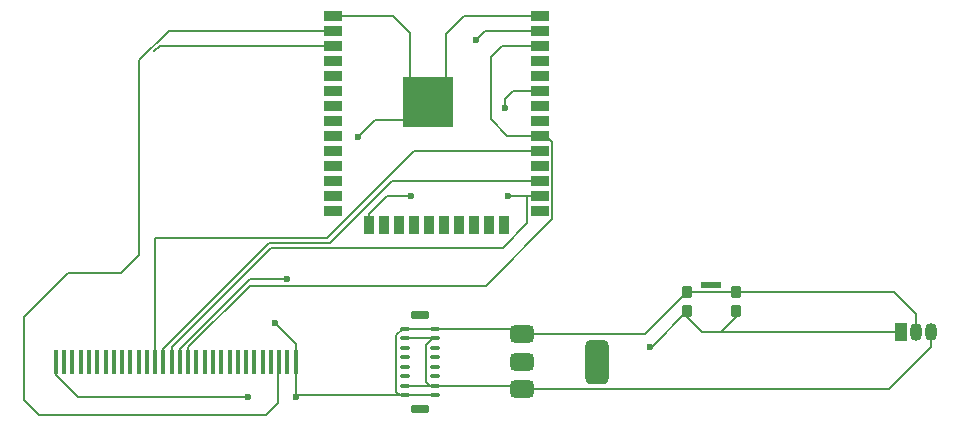
<source format=gbr>
%TF.GenerationSoftware,KiCad,Pcbnew,9.0.0*%
%TF.CreationDate,2025-04-07T09:31:54+05:30*%
%TF.ProjectId,PCB for IoT-based Smart Street Signage,50434220-666f-4722-9049-6f542d626173,rev?*%
%TF.SameCoordinates,Original*%
%TF.FileFunction,Copper,L1,Top*%
%TF.FilePolarity,Positive*%
%FSLAX46Y46*%
G04 Gerber Fmt 4.6, Leading zero omitted, Abs format (unit mm)*
G04 Created by KiCad (PCBNEW 9.0.0) date 2025-04-07 09:31:54*
%MOMM*%
%LPD*%
G01*
G04 APERTURE LIST*
G04 Aperture macros list*
%AMRoundRect*
0 Rectangle with rounded corners*
0 $1 Rounding radius*
0 $2 $3 $4 $5 $6 $7 $8 $9 X,Y pos of 4 corners*
0 Add a 4 corners polygon primitive as box body*
4,1,4,$2,$3,$4,$5,$6,$7,$8,$9,$2,$3,0*
0 Add four circle primitives for the rounded corners*
1,1,$1+$1,$2,$3*
1,1,$1+$1,$4,$5*
1,1,$1+$1,$6,$7*
1,1,$1+$1,$8,$9*
0 Add four rect primitives between the rounded corners*
20,1,$1+$1,$2,$3,$4,$5,0*
20,1,$1+$1,$4,$5,$6,$7,0*
20,1,$1+$1,$6,$7,$8,$9,0*
20,1,$1+$1,$8,$9,$2,$3,0*%
G04 Aperture macros list end*
%TA.AperFunction,SMDPad,CuDef*%
%ADD10RoundRect,0.135000X-0.315000X-0.365000X0.315000X-0.365000X0.315000X0.365000X-0.315000X0.365000X0*%
%TD*%
%TA.AperFunction,SMDPad,CuDef*%
%ADD11RoundRect,0.082500X-0.767500X-0.192500X0.767500X-0.192500X0.767500X0.192500X-0.767500X0.192500X0*%
%TD*%
%TA.AperFunction,ComponentPad*%
%ADD12R,1.050000X1.500000*%
%TD*%
%TA.AperFunction,ComponentPad*%
%ADD13O,1.050000X1.500000*%
%TD*%
%TA.AperFunction,SMDPad,CuDef*%
%ADD14R,0.400000X2.000000*%
%TD*%
%TA.AperFunction,SMDPad,CuDef*%
%ADD15RoundRect,0.100000X0.295000X-0.100000X0.295000X0.100000X-0.295000X0.100000X-0.295000X-0.100000X0*%
%TD*%
%TA.AperFunction,SMDPad,CuDef*%
%ADD16RoundRect,0.162500X0.637500X-0.162500X0.637500X0.162500X-0.637500X0.162500X-0.637500X-0.162500X0*%
%TD*%
%TA.AperFunction,SMDPad,CuDef*%
%ADD17RoundRect,0.375000X-0.625000X-0.375000X0.625000X-0.375000X0.625000X0.375000X-0.625000X0.375000X0*%
%TD*%
%TA.AperFunction,SMDPad,CuDef*%
%ADD18RoundRect,0.500000X-0.500000X-1.400000X0.500000X-1.400000X0.500000X1.400000X-0.500000X1.400000X0*%
%TD*%
%TA.AperFunction,SMDPad,CuDef*%
%ADD19R,1.500000X0.900000*%
%TD*%
%TA.AperFunction,SMDPad,CuDef*%
%ADD20R,0.900000X1.500000*%
%TD*%
%TA.AperFunction,SMDPad,CuDef*%
%ADD21R,1.050000X1.050000*%
%TD*%
%TA.AperFunction,HeatsinkPad*%
%ADD22C,0.600000*%
%TD*%
%TA.AperFunction,HeatsinkPad*%
%ADD23R,4.200000X4.200000*%
%TD*%
%TA.AperFunction,ViaPad*%
%ADD24C,0.600000*%
%TD*%
%TA.AperFunction,ViaPad*%
%ADD25C,0.200000*%
%TD*%
%TA.AperFunction,Conductor*%
%ADD26C,0.200000*%
%TD*%
G04 APERTURE END LIST*
D10*
%TO.P,SW1,1,1*%
%TO.N,GND*%
X147900000Y-105400000D03*
X152000000Y-105400000D03*
%TO.P,SW1,2,2*%
%TO.N,Net-(U1-EN)*%
X147900000Y-107000000D03*
X152000000Y-107000000D03*
D11*
%TO.P,SW1,SH,B*%
%TO.N,unconnected-(SW1-B-PadSH)*%
X149950000Y-104775000D03*
%TD*%
D12*
%TO.P,U3,1,~{RST}*%
%TO.N,Net-(U1-EN)*%
X165960000Y-108750000D03*
D13*
%TO.P,U3,2,VDD*%
%TO.N,GND*%
X167230000Y-108750000D03*
%TO.P,U3,3,VSS*%
%TO.N,+5V*%
X168500000Y-108750000D03*
%TD*%
D14*
%TO.P,DS1,1,GND*%
%TO.N,GND*%
X94450000Y-111250000D03*
%TO.P,DS1,2,C2N*%
%TO.N,unconnected-(DS1-C2N-Pad2)*%
X95150000Y-111250000D03*
%TO.P,DS1,3,C2P*%
%TO.N,unconnected-(DS1-C2P-Pad3)*%
X95850000Y-111250000D03*
%TO.P,DS1,4,C1P*%
%TO.N,unconnected-(DS1-C1P-Pad4)*%
X96550000Y-111250000D03*
%TO.P,DS1,5,C1N*%
%TO.N,unconnected-(DS1-C1N-Pad5)*%
X97250000Y-111250000D03*
%TO.P,DS1,6,VBAT*%
%TO.N,unconnected-(DS1-VBAT-Pad6)*%
X97950000Y-111250000D03*
%TO.P,DS1,7,NC*%
%TO.N,unconnected-(DS1-NC-Pad7)*%
X98650000Y-111250000D03*
%TO.P,DS1,8,VSS*%
%TO.N,unconnected-(DS1-VSS-Pad8)*%
X99350000Y-111250000D03*
%TO.P,DS1,9,VDD*%
%TO.N,unconnected-(DS1-VDD-Pad9)*%
X100050000Y-111250000D03*
%TO.P,DS1,10,BS0*%
%TO.N,unconnected-(DS1-BS0-Pad10)*%
X100750000Y-111250000D03*
%TO.P,DS1,11,BS1*%
%TO.N,unconnected-(DS1-BS1-Pad11)*%
X101450000Y-111250000D03*
%TO.P,DS1,12,BS2*%
%TO.N,unconnected-(DS1-BS2-Pad12)*%
X102150000Y-111250000D03*
%TO.P,DS1,13,~{CS}*%
%TO.N,Net-(DS1-~{CS})*%
X102850000Y-111250000D03*
%TO.P,DS1,14,~{RES}*%
%TO.N,Net-(DS1-~{RES})*%
X103550000Y-111250000D03*
%TO.P,DS1,15,D/~{C}*%
%TO.N,Net-(DS1-D{slash}~{C})*%
X104250000Y-111250000D03*
%TO.P,DS1,16,R/~{W}*%
%TO.N,Net-(DS1-R{slash}~{W})*%
X104950000Y-111250000D03*
%TO.P,DS1,17,E/~{RD}*%
%TO.N,Net-(DS1-E{slash}~{RD})*%
X105650000Y-111250000D03*
%TO.P,DS1,18,D0*%
%TO.N,unconnected-(DS1-D0-Pad18)*%
X106350000Y-111250000D03*
%TO.P,DS1,19,D1*%
%TO.N,unconnected-(DS1-D1-Pad19)*%
X107050000Y-111250000D03*
%TO.P,DS1,20,D2*%
%TO.N,unconnected-(DS1-D2-Pad20)*%
X107750000Y-111250000D03*
%TO.P,DS1,21,D3*%
%TO.N,unconnected-(DS1-D3-Pad21)*%
X108450000Y-111250000D03*
%TO.P,DS1,22,D4*%
%TO.N,unconnected-(DS1-D4-Pad22)*%
X109150000Y-111250000D03*
%TO.P,DS1,23,D5*%
%TO.N,unconnected-(DS1-D5-Pad23)*%
X109850000Y-111250000D03*
%TO.P,DS1,24,D6*%
%TO.N,unconnected-(DS1-D6-Pad24)*%
X110550000Y-111250000D03*
%TO.P,DS1,25,D7*%
%TO.N,unconnected-(DS1-D7-Pad25)*%
X111250000Y-111250000D03*
%TO.P,DS1,26,IREF*%
%TO.N,unconnected-(DS1-IREF-Pad26)*%
X111950000Y-111250000D03*
%TO.P,DS1,27,VCOMH*%
%TO.N,unconnected-(DS1-VCOMH-Pad27)*%
X112650000Y-111250000D03*
%TO.P,DS1,28,VCC*%
%TO.N,+3.3V*%
X113350000Y-111250000D03*
%TO.P,DS1,29,VLSS*%
%TO.N,unconnected-(DS1-VLSS-Pad29)*%
X114050000Y-111250000D03*
%TO.P,DS1,30,GND*%
%TO.N,GND*%
X114750000Y-111250000D03*
%TD*%
D15*
%TO.P,P1,A1,GND*%
%TO.N,GND*%
X123980000Y-108500000D03*
%TO.P,P1,A4,VBUS*%
%TO.N,+5V*%
X123980000Y-109300000D03*
%TO.P,P1,A5,CC*%
%TO.N,unconnected-(P1-CC-PadA5)*%
X123980000Y-110100000D03*
%TO.P,P1,A6,D+*%
%TO.N,unconnected-(P1-D+-PadA6)*%
X123980000Y-110900000D03*
%TO.P,P1,A7,D-*%
%TO.N,unconnected-(P1-D--PadA7)*%
X123980000Y-111700000D03*
%TO.P,P1,A8*%
%TO.N,N/C*%
X123980000Y-112500000D03*
%TO.P,P1,A9,VBUS*%
%TO.N,+5V*%
X123980000Y-113300000D03*
%TO.P,P1,A12,GND*%
%TO.N,GND*%
X123980000Y-114100000D03*
%TO.P,P1,B1,GND*%
X126520000Y-114100000D03*
%TO.P,P1,B4,VBUS*%
%TO.N,+5V*%
X126520000Y-113300000D03*
%TO.P,P1,B5,VCONN*%
%TO.N,unconnected-(P1-VCONN-PadB5)*%
X126520000Y-112500000D03*
%TO.P,P1,B6*%
%TO.N,N/C*%
X126520000Y-111700000D03*
%TO.P,P1,B7*%
X126520000Y-110900000D03*
%TO.P,P1,B8*%
X126520000Y-110100000D03*
%TO.P,P1,B9,VBUS*%
%TO.N,+5V*%
X126520000Y-109300000D03*
%TO.P,P1,B12,GND*%
%TO.N,GND*%
X126520000Y-108500000D03*
D16*
%TO.P,P1,S1,SHIELD*%
%TO.N,unconnected-(P1-SHIELD-PadS1)_1*%
X125250000Y-107350000D03*
%TO.N,unconnected-(P1-SHIELD-PadS1)*%
X125250000Y-115250000D03*
%TD*%
D17*
%TO.P,U2,1,GND*%
%TO.N,GND*%
X133950000Y-108950000D03*
%TO.P,U2,2,VO*%
%TO.N,unconnected-(U2-VO-Pad2)*%
X133950000Y-111250000D03*
D18*
%TO.N,unconnected-(U2-VO-Pad2)_1*%
X140250000Y-111250000D03*
D17*
%TO.P,U2,3,VI*%
%TO.N,+5V*%
X133950000Y-113550000D03*
%TD*%
D19*
%TO.P,U1,1,GND*%
%TO.N,GND*%
X117910000Y-81960000D03*
%TO.P,U1,2,VDD*%
%TO.N,+3.3V*%
X117910000Y-83230000D03*
%TO.P,U1,3,EN*%
%TO.N,Net-(U1-EN)*%
X117910000Y-84500000D03*
%TO.P,U1,4,SENSOR_VP*%
%TO.N,unconnected-(U1-SENSOR_VP-Pad4)*%
X117910000Y-85770000D03*
%TO.P,U1,5,SENSOR_VN*%
%TO.N,unconnected-(U1-SENSOR_VN-Pad5)*%
X117910000Y-87040000D03*
%TO.P,U1,6,IO34*%
%TO.N,unconnected-(U1-IO34-Pad6)*%
X117910000Y-88310000D03*
%TO.P,U1,7,IO35*%
%TO.N,unconnected-(U1-IO35-Pad7)*%
X117910000Y-89580000D03*
%TO.P,U1,8,IO32*%
%TO.N,unconnected-(U1-IO32-Pad8)*%
X117910000Y-90850000D03*
%TO.P,U1,9,IO33*%
%TO.N,unconnected-(U1-IO33-Pad9)*%
X117910000Y-92120000D03*
%TO.P,U1,10,IO25*%
%TO.N,unconnected-(U1-IO25-Pad10)*%
X117910000Y-93390000D03*
%TO.P,U1,11,IO26*%
%TO.N,unconnected-(U1-IO26-Pad11)*%
X117910000Y-94660000D03*
%TO.P,U1,12,IO27*%
%TO.N,unconnected-(U1-IO27-Pad12)*%
X117910000Y-95930000D03*
%TO.P,U1,13,IO14*%
%TO.N,unconnected-(U1-IO14-Pad13)*%
X117910000Y-97200000D03*
%TO.P,U1,14,IO12*%
%TO.N,unconnected-(U1-IO12-Pad14)*%
X117910000Y-98470000D03*
D20*
%TO.P,U1,15,GND*%
%TO.N,GND*%
X120950000Y-99720000D03*
%TO.P,U1,16,IO13*%
%TO.N,unconnected-(U1-IO13-Pad16)*%
X122220000Y-99720000D03*
%TO.P,U1,17,SHD/SD2*%
%TO.N,unconnected-(U1-SHD{slash}SD2-Pad17)*%
X123490000Y-99720000D03*
%TO.P,U1,18,SWP/SD3*%
%TO.N,unconnected-(U1-SWP{slash}SD3-Pad18)*%
X124760000Y-99720000D03*
%TO.P,U1,19,SCS/CMD*%
%TO.N,unconnected-(U1-SCS{slash}CMD-Pad19)*%
X126030000Y-99720000D03*
%TO.P,U1,20,SCK/CLK*%
%TO.N,unconnected-(U1-SCK{slash}CLK-Pad20)*%
X127300000Y-99720000D03*
%TO.P,U1,21,SDO/SD0*%
%TO.N,unconnected-(U1-SDO{slash}SD0-Pad21)*%
X128570000Y-99720000D03*
%TO.P,U1,22,SDI/SD1*%
%TO.N,unconnected-(U1-SDI{slash}SD1-Pad22)*%
X129840000Y-99720000D03*
%TO.P,U1,23,IO15*%
%TO.N,unconnected-(U1-IO15-Pad23)*%
X131110000Y-99720000D03*
%TO.P,U1,24,IO2*%
%TO.N,unconnected-(U1-IO2-Pad24)*%
X132380000Y-99720000D03*
D19*
%TO.P,U1,25,IO0*%
%TO.N,unconnected-(U1-IO0-Pad25)*%
X135410000Y-98470000D03*
%TO.P,U1,26,IO4*%
%TO.N,Net-(DS1-D{slash}~{C})*%
X135410000Y-97200000D03*
%TO.P,U1,27,IO16*%
%TO.N,Net-(DS1-~{RES})*%
X135410000Y-95930000D03*
%TO.P,U1,28,IO17*%
%TO.N,unconnected-(U1-IO17-Pad28)*%
X135410000Y-94660000D03*
%TO.P,U1,29,IO5*%
%TO.N,Net-(DS1-~{CS})*%
X135410000Y-93390000D03*
%TO.P,U1,30,IO18*%
%TO.N,Net-(DS1-E{slash}~{RD})*%
X135410000Y-92120000D03*
%TO.P,U1,31,IO19*%
%TO.N,unconnected-(U1-IO19-Pad31)*%
X135410000Y-90850000D03*
%TO.P,U1,32,NC*%
%TO.N,unconnected-(U1-NC-Pad32)*%
X135410000Y-89580000D03*
%TO.P,U1,33,IO21*%
%TO.N,Net-(DS1-D{slash}~{C})*%
X135410000Y-88310000D03*
%TO.P,U1,34,RXD0/IO3*%
%TO.N,unconnected-(U1-RXD0{slash}IO3-Pad34)*%
X135410000Y-87040000D03*
%TO.P,U1,35,TXD0/IO1*%
%TO.N,unconnected-(U1-TXD0{slash}IO1-Pad35)*%
X135410000Y-85770000D03*
%TO.P,U1,36,IO22*%
%TO.N,Net-(DS1-E{slash}~{RD})*%
X135410000Y-84500000D03*
%TO.P,U1,37,IO23*%
%TO.N,Net-(DS1-R{slash}~{W})*%
X135410000Y-83230000D03*
%TO.P,U1,38,GND*%
%TO.N,GND*%
X135410000Y-81960000D03*
D21*
%TO.P,U1,39,GND*%
X124455000Y-87775000D03*
D22*
X124455000Y-88537500D03*
D21*
X124455000Y-89300000D03*
D22*
X124455000Y-90062500D03*
D21*
X124455000Y-90825000D03*
D22*
X125217500Y-87775000D03*
X125217500Y-89300000D03*
X125217500Y-90825000D03*
D21*
X125980000Y-87775000D03*
D22*
X125980000Y-88537500D03*
D21*
X125980000Y-89300000D03*
D23*
X125980000Y-89300000D03*
D22*
X125980000Y-90062500D03*
D21*
X125980000Y-90825000D03*
D22*
X126742500Y-87775000D03*
X126742500Y-89300000D03*
X126742500Y-90825000D03*
D21*
X127505000Y-87775000D03*
D22*
X127505000Y-88537500D03*
D21*
X127505000Y-89300000D03*
D22*
X127505000Y-90062500D03*
D21*
X127505000Y-90825000D03*
%TD*%
D24*
%TO.N,GND*%
X114750000Y-114250000D03*
X124500000Y-97250000D03*
X120000000Y-92250000D03*
X113000000Y-108000000D03*
X110750000Y-114250000D03*
%TO.N,Net-(DS1-D{slash}~{C})*%
X132500000Y-89750000D03*
X132750000Y-97250000D03*
%TO.N,Net-(DS1-R{slash}~{W})*%
X114000000Y-104250000D03*
X130000000Y-84000000D03*
%TO.N,Net-(U1-EN)*%
X144750000Y-110000000D03*
D25*
X102750000Y-85000000D03*
%TD*%
D26*
%TO.N,Net-(DS1-E{slash}~{RD})*%
X131250000Y-85500000D02*
X131250000Y-90750000D01*
X130831000Y-104851000D02*
X136461000Y-99221000D01*
X131250000Y-90750000D02*
X132620000Y-92120000D01*
X135410000Y-84500000D02*
X132250000Y-84500000D01*
X105650000Y-111250000D02*
X105650000Y-110050000D01*
X132250000Y-84500000D02*
X131250000Y-85500000D01*
X110849000Y-104851000D02*
X130831000Y-104851000D01*
X136461000Y-99221000D02*
X136461000Y-92639000D01*
X135942000Y-92120000D02*
X135410000Y-92120000D01*
X105650000Y-110050000D02*
X110849000Y-104851000D01*
X132620000Y-92120000D02*
X135410000Y-92120000D01*
X136461000Y-92639000D02*
X135942000Y-92120000D01*
%TO.N,GND*%
X123980000Y-108500000D02*
X133500000Y-108500000D01*
X165400000Y-105400000D02*
X167230000Y-107230000D01*
X135410000Y-81960000D02*
X129040000Y-81960000D01*
X123815130Y-108500000D02*
X123284000Y-109031130D01*
X133950000Y-108950000D02*
X144350000Y-108950000D01*
X122470000Y-97250000D02*
X124500000Y-97250000D01*
X120950000Y-98770000D02*
X122470000Y-97250000D01*
X120950000Y-99720000D02*
X120950000Y-98770000D01*
X144350000Y-108950000D02*
X147900000Y-105400000D01*
X123585001Y-114100000D02*
X123980000Y-114100000D01*
X121425000Y-90825000D02*
X124455000Y-90825000D01*
X124455000Y-83455000D02*
X124455000Y-87775000D01*
X126520000Y-114100000D02*
X123980000Y-114100000D01*
X129040000Y-81960000D02*
X127505000Y-83495000D01*
X152000000Y-105400000D02*
X165400000Y-105400000D01*
X96348000Y-114250000D02*
X110750000Y-114250000D01*
X123284000Y-109031130D02*
X123284000Y-113798999D01*
X147900000Y-105400000D02*
X152000000Y-105400000D01*
X123980000Y-108500000D02*
X123815130Y-108500000D01*
X114900000Y-114100000D02*
X114750000Y-114250000D01*
X114750000Y-111250000D02*
X114750000Y-109750000D01*
X114750000Y-114250000D02*
X114750000Y-111250000D01*
X123980000Y-114100000D02*
X114900000Y-114100000D01*
X94450000Y-111250000D02*
X94450000Y-112352000D01*
X123284000Y-113798999D02*
X123585001Y-114100000D01*
X94450000Y-112352000D02*
X96348000Y-114250000D01*
X122960000Y-81960000D02*
X124455000Y-83455000D01*
X114750000Y-109750000D02*
X113000000Y-108000000D01*
X117910000Y-81960000D02*
X122960000Y-81960000D01*
X167230000Y-107230000D02*
X167230000Y-108750000D01*
X120000000Y-92250000D02*
X121425000Y-90825000D01*
X133500000Y-108500000D02*
X133950000Y-108950000D01*
X127505000Y-83495000D02*
X127505000Y-87775000D01*
%TO.N,+3.3V*%
X113250000Y-111350000D02*
X113350000Y-111250000D01*
X91750000Y-107500000D02*
X91750000Y-114500000D01*
X95500000Y-103750000D02*
X91750000Y-107500000D01*
X117910000Y-83230000D02*
X103995326Y-83230000D01*
X113250000Y-114750000D02*
X113250000Y-111350000D01*
X91750000Y-114500000D02*
X93000000Y-115750000D01*
X101500000Y-85725326D02*
X101500000Y-102250000D01*
X103995326Y-83230000D02*
X101500000Y-85725326D01*
X101500000Y-102250000D02*
X100000000Y-103750000D01*
X100000000Y-103750000D02*
X95500000Y-103750000D01*
X93000000Y-115750000D02*
X112250000Y-115750000D01*
X112250000Y-115750000D02*
X113250000Y-114750000D01*
%TO.N,Net-(DS1-~{RES})*%
X117665000Y-101203000D02*
X122938000Y-95930000D01*
X103550000Y-110148000D02*
X112495000Y-101203000D01*
X122938000Y-95930000D02*
X135410000Y-95930000D01*
X112495000Y-101203000D02*
X117665000Y-101203000D01*
X103550000Y-111250000D02*
X103550000Y-110148000D01*
%TO.N,Net-(DS1-D{slash}~{C})*%
X132800000Y-97200000D02*
X135410000Y-97200000D01*
X134359000Y-99543000D02*
X134359000Y-97301000D01*
X135410000Y-88310000D02*
X133190000Y-88310000D01*
X134460000Y-97200000D02*
X135410000Y-97200000D01*
X104250000Y-111250000D02*
X104250000Y-110050000D01*
X132500000Y-89000000D02*
X132500000Y-89750000D01*
X104250000Y-110050000D02*
X112696000Y-101604000D01*
X132298000Y-101604000D02*
X134359000Y-99543000D01*
X133190000Y-88310000D02*
X132500000Y-89000000D01*
X134359000Y-97301000D02*
X134460000Y-97200000D01*
X112696000Y-101604000D02*
X132298000Y-101604000D01*
X132750000Y-97250000D02*
X132800000Y-97200000D01*
%TO.N,Net-(DS1-R{slash}~{W})*%
X130000000Y-84000000D02*
X130770000Y-83230000D01*
X104950000Y-111250000D02*
X104950000Y-110148000D01*
X130770000Y-83230000D02*
X135410000Y-83230000D01*
X104950000Y-110148000D02*
X110848000Y-104250000D01*
X110848000Y-104250000D02*
X114000000Y-104250000D01*
%TO.N,Net-(DS1-~{CS})*%
X124792000Y-93390000D02*
X135410000Y-93390000D01*
X102850000Y-111250000D02*
X102850000Y-100802000D01*
X102850000Y-100802000D02*
X117380000Y-100802000D01*
X117380000Y-100802000D02*
X124792000Y-93390000D01*
%TO.N,+5V*%
X123980000Y-113300000D02*
X133700000Y-113300000D01*
X126520000Y-113300000D02*
X126125001Y-113300000D01*
X125824000Y-112998999D02*
X125824000Y-109831130D01*
X123980000Y-109300000D02*
X126520000Y-109300000D01*
X126355130Y-109300000D02*
X126520000Y-109300000D01*
X125824000Y-109831130D02*
X126355130Y-109300000D01*
X126125001Y-113300000D02*
X125824000Y-112998999D01*
X133700000Y-113300000D02*
X133950000Y-113550000D01*
X164950000Y-113550000D02*
X168500000Y-110000000D01*
X168500000Y-110000000D02*
X168500000Y-108750000D01*
X133950000Y-113550000D02*
X164950000Y-113550000D01*
%TO.N,Net-(U1-EN)*%
X102750000Y-85000000D02*
X103250000Y-84500000D01*
X144900000Y-110000000D02*
X147900000Y-107000000D01*
X144750000Y-110000000D02*
X144900000Y-110000000D01*
X150749999Y-108750000D02*
X149500000Y-108750000D01*
X149150001Y-108750000D02*
X149500000Y-108750000D01*
X152000000Y-107000000D02*
X152000000Y-107499999D01*
X147900000Y-107000000D02*
X147900000Y-107499999D01*
X152000000Y-107499999D02*
X150749999Y-108750000D01*
X147900000Y-107499999D02*
X149150001Y-108750000D01*
X103250000Y-84500000D02*
X117910000Y-84500000D01*
X149500000Y-108750000D02*
X165960000Y-108750000D01*
%TD*%
M02*

</source>
